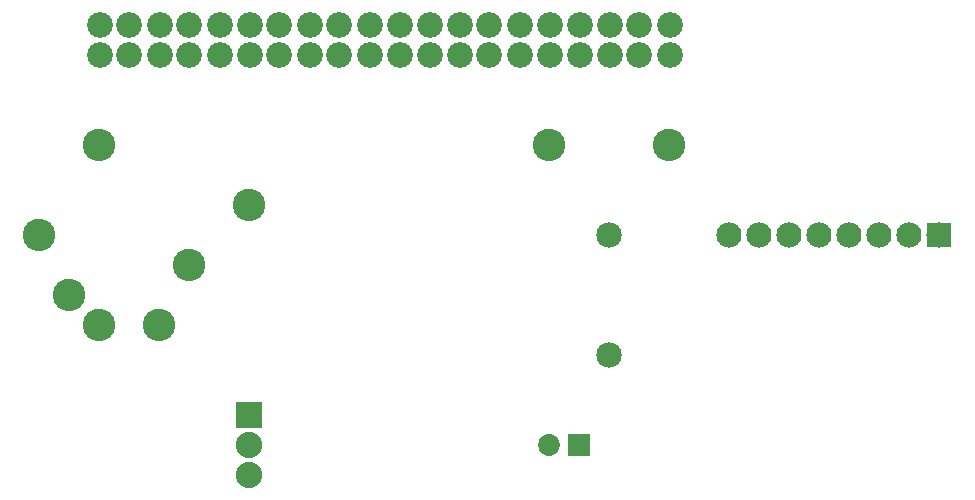
<source format=gbs>
G04 MADE WITH FRITZING*
G04 WWW.FRITZING.ORG*
G04 DOUBLE SIDED*
G04 HOLES PLATED*
G04 CONTOUR ON CENTER OF CONTOUR VECTOR*
%ASAXBY*%
%FSLAX23Y23*%
%MOIN*%
%OFA0B0*%
%SFA1.0B1.0*%
%ADD10C,0.085000*%
%ADD11C,0.108425*%
%ADD12C,0.072992*%
%ADD13C,0.085361*%
%ADD14C,0.088000*%
%ADD15C,0.084000*%
%ADD16R,0.072992X0.072992*%
%ADD17R,0.088000X0.088000*%
%ADD18R,0.084000X0.084000*%
%LNMASK0*%
G90*
G70*
G54D10*
X2023Y1039D03*
X2023Y1439D03*
G54D11*
X123Y1439D03*
X223Y1239D03*
X623Y1339D03*
X323Y1139D03*
X523Y1139D03*
X323Y1739D03*
X1823Y1739D03*
X2223Y1739D03*
X823Y1539D03*
G54D12*
X1922Y739D03*
X1823Y739D03*
X1922Y739D03*
X1823Y739D03*
G54D13*
X324Y2039D03*
X423Y2039D03*
X524Y2039D03*
X623Y2039D03*
X724Y2039D03*
X824Y2039D03*
X923Y2039D03*
X1024Y2039D03*
X1123Y2039D03*
X1224Y2039D03*
X1324Y2039D03*
X1424Y2039D03*
X1524Y2039D03*
X1623Y2039D03*
X1724Y2039D03*
X1824Y2039D03*
X1924Y2039D03*
X2024Y2039D03*
X2123Y2039D03*
X2224Y2039D03*
X2224Y2139D03*
X2123Y2139D03*
X2024Y2139D03*
X1924Y2139D03*
X1824Y2139D03*
X1724Y2139D03*
X1623Y2139D03*
X1524Y2139D03*
X1424Y2139D03*
X1324Y2139D03*
X1224Y2139D03*
X1123Y2139D03*
X1024Y2139D03*
X923Y2139D03*
X824Y2139D03*
X724Y2139D03*
X623Y2139D03*
X524Y2139D03*
X423Y2139D03*
X324Y2139D03*
G54D14*
X823Y839D03*
X823Y739D03*
X823Y639D03*
G54D15*
X3123Y1439D03*
X3023Y1439D03*
X2923Y1439D03*
X2823Y1439D03*
X2723Y1439D03*
X2623Y1439D03*
X2523Y1439D03*
X2423Y1439D03*
G54D16*
X1922Y739D03*
X1922Y739D03*
G54D17*
X823Y839D03*
G54D18*
X3123Y1439D03*
G04 End of Mask0*
M02*
</source>
